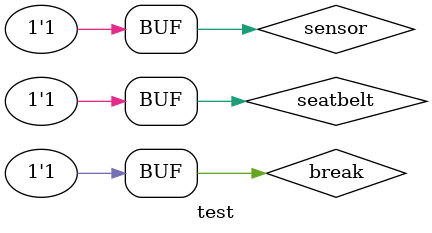
<source format=v>
module airbagcontroller(airbag, seatbelt, sensor, break);
	input seatbelt, sensor, break;
	output airbag;
	assign airbag = seatbelt&sensor&break;
endmodule

module test;
	reg seatbelt, sensor, break;
	wire airbag;
	airbagcontroller dut(airbag, seatbelt, sensor, break);
	initial begin 
		seatbelt = 0; sensor = 0; break = 0;
		#10;
		seatbelt = 0; sensor = 0; break = 1;
		#10;
		seatbelt = 0; sensor = 1; break = 0;
		#10;
		seatbelt = 0; sensor = 1; break = 1;
		#10;
		seatbelt = 1; sensor = 0; break = 0;
		#10; 
		seatbelt = 1; sensor = 0; break = 1;
		#10;
		seatbelt = 1; sensor = 1; break = 0;
		#10;
		seatbelt = 1; sensor = 1; break = 1;
		#10;
	end 
endmodule

</source>
